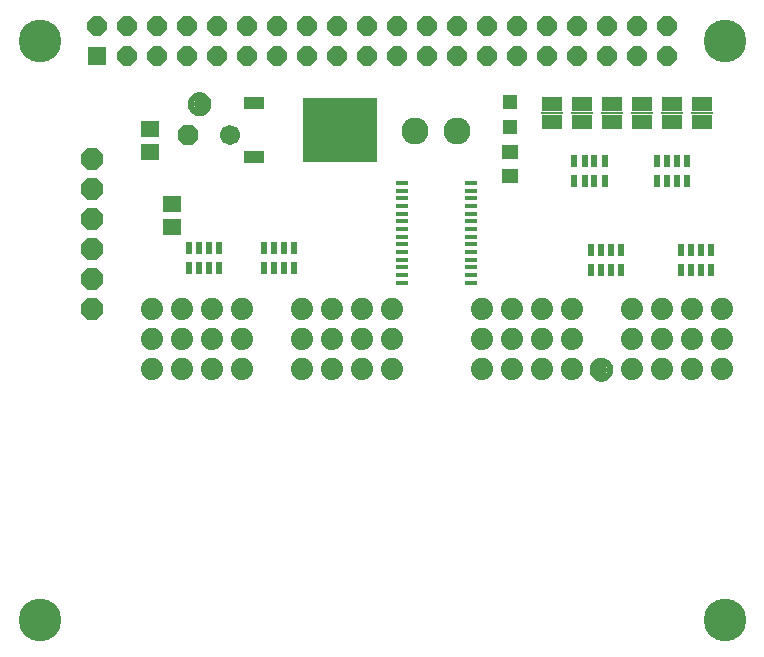
<source format=gbr>
G04 EAGLE Gerber RS-274X export*
G75*
%MOMM*%
%FSLAX34Y34*%
%LPD*%
%INSoldermask Top*%
%IPPOS*%
%AMOC8*
5,1,8,0,0,1.08239X$1,22.5*%
G01*
%ADD10R,1.092200X0.406400*%
%ADD11R,1.701800X1.270000*%
%ADD12R,1.828800X0.152400*%
%ADD13R,1.601600X1.401600*%
%ADD14C,2.286000*%
%ADD15C,3.617600*%
%ADD16C,1.101600*%
%ADD17C,0.500000*%
%ADD18R,6.301600X5.501600*%
%ADD19R,1.701600X1.101600*%
%ADD20R,1.301600X1.301600*%
%ADD21R,1.401600X1.301600*%
%ADD22P,1.842011X8X202.500000*%
%ADD23C,1.701800*%
%ADD24P,2.034460X8X202.500000*%
%ADD25C,1.879600*%
%ADD26R,0.551600X1.001600*%
%ADD27R,1.625600X1.625600*%
%ADD28P,1.759533X8X22.500000*%


D10*
X341972Y404980D03*
X341972Y398480D03*
X341972Y391980D03*
X341972Y385480D03*
X341972Y378980D03*
X341972Y372480D03*
X341972Y365980D03*
X341972Y359480D03*
X400328Y359480D03*
X400328Y365980D03*
X400328Y372480D03*
X400328Y378980D03*
X400328Y385480D03*
X400328Y391980D03*
X400328Y398480D03*
X400328Y404980D03*
X341972Y352980D03*
X341972Y346480D03*
X400328Y352980D03*
X400328Y346480D03*
X341972Y339980D03*
X341972Y333480D03*
X341972Y326980D03*
X341972Y320480D03*
X400328Y320480D03*
X400328Y326980D03*
X400328Y333480D03*
X400328Y339980D03*
D11*
X595940Y471630D03*
X595940Y456390D03*
D12*
X595940Y464010D03*
D11*
X570540Y471630D03*
X570540Y456390D03*
D12*
X570540Y464010D03*
D11*
X545140Y471630D03*
X545140Y456390D03*
D12*
X545140Y464010D03*
D11*
X519740Y471630D03*
X519740Y456390D03*
D12*
X519740Y464010D03*
D11*
X494340Y471630D03*
X494340Y456390D03*
D12*
X494340Y464010D03*
D11*
X468940Y471630D03*
X468940Y456390D03*
D12*
X468940Y464010D03*
D13*
X146835Y386835D03*
X146835Y367835D03*
X128580Y431335D03*
X128580Y450335D03*
D14*
X353150Y449090D03*
X388150Y449090D03*
D15*
X615000Y525000D03*
X35000Y525000D03*
X35000Y35000D03*
X615000Y35000D03*
D16*
X510700Y246840D03*
D17*
X510700Y254340D02*
X510519Y254338D01*
X510338Y254331D01*
X510157Y254320D01*
X509976Y254305D01*
X509796Y254285D01*
X509616Y254261D01*
X509437Y254233D01*
X509259Y254200D01*
X509082Y254163D01*
X508905Y254122D01*
X508730Y254077D01*
X508555Y254027D01*
X508382Y253973D01*
X508211Y253915D01*
X508040Y253853D01*
X507872Y253786D01*
X507705Y253716D01*
X507539Y253642D01*
X507376Y253563D01*
X507215Y253481D01*
X507055Y253395D01*
X506898Y253305D01*
X506743Y253211D01*
X506590Y253114D01*
X506440Y253012D01*
X506292Y252908D01*
X506146Y252799D01*
X506004Y252688D01*
X505864Y252572D01*
X505727Y252454D01*
X505592Y252332D01*
X505461Y252207D01*
X505333Y252079D01*
X505208Y251948D01*
X505086Y251813D01*
X504968Y251676D01*
X504852Y251536D01*
X504741Y251394D01*
X504632Y251248D01*
X504528Y251100D01*
X504426Y250950D01*
X504329Y250797D01*
X504235Y250642D01*
X504145Y250485D01*
X504059Y250325D01*
X503977Y250164D01*
X503898Y250001D01*
X503824Y249835D01*
X503754Y249668D01*
X503687Y249500D01*
X503625Y249329D01*
X503567Y249158D01*
X503513Y248985D01*
X503463Y248810D01*
X503418Y248635D01*
X503377Y248458D01*
X503340Y248281D01*
X503307Y248103D01*
X503279Y247924D01*
X503255Y247744D01*
X503235Y247564D01*
X503220Y247383D01*
X503209Y247202D01*
X503202Y247021D01*
X503200Y246840D01*
X510700Y254340D02*
X510881Y254338D01*
X511062Y254331D01*
X511243Y254320D01*
X511424Y254305D01*
X511604Y254285D01*
X511784Y254261D01*
X511963Y254233D01*
X512141Y254200D01*
X512318Y254163D01*
X512495Y254122D01*
X512670Y254077D01*
X512845Y254027D01*
X513018Y253973D01*
X513189Y253915D01*
X513360Y253853D01*
X513528Y253786D01*
X513695Y253716D01*
X513861Y253642D01*
X514024Y253563D01*
X514185Y253481D01*
X514345Y253395D01*
X514502Y253305D01*
X514657Y253211D01*
X514810Y253114D01*
X514960Y253012D01*
X515108Y252908D01*
X515254Y252799D01*
X515396Y252688D01*
X515536Y252572D01*
X515673Y252454D01*
X515808Y252332D01*
X515939Y252207D01*
X516067Y252079D01*
X516192Y251948D01*
X516314Y251813D01*
X516432Y251676D01*
X516548Y251536D01*
X516659Y251394D01*
X516768Y251248D01*
X516872Y251100D01*
X516974Y250950D01*
X517071Y250797D01*
X517165Y250642D01*
X517255Y250485D01*
X517341Y250325D01*
X517423Y250164D01*
X517502Y250001D01*
X517576Y249835D01*
X517646Y249668D01*
X517713Y249500D01*
X517775Y249329D01*
X517833Y249158D01*
X517887Y248985D01*
X517937Y248810D01*
X517982Y248635D01*
X518023Y248458D01*
X518060Y248281D01*
X518093Y248103D01*
X518121Y247924D01*
X518145Y247744D01*
X518165Y247564D01*
X518180Y247383D01*
X518191Y247202D01*
X518198Y247021D01*
X518200Y246840D01*
X518198Y246659D01*
X518191Y246478D01*
X518180Y246297D01*
X518165Y246116D01*
X518145Y245936D01*
X518121Y245756D01*
X518093Y245577D01*
X518060Y245399D01*
X518023Y245222D01*
X517982Y245045D01*
X517937Y244870D01*
X517887Y244695D01*
X517833Y244522D01*
X517775Y244351D01*
X517713Y244180D01*
X517646Y244012D01*
X517576Y243845D01*
X517502Y243679D01*
X517423Y243516D01*
X517341Y243355D01*
X517255Y243195D01*
X517165Y243038D01*
X517071Y242883D01*
X516974Y242730D01*
X516872Y242580D01*
X516768Y242432D01*
X516659Y242286D01*
X516548Y242144D01*
X516432Y242004D01*
X516314Y241867D01*
X516192Y241732D01*
X516067Y241601D01*
X515939Y241473D01*
X515808Y241348D01*
X515673Y241226D01*
X515536Y241108D01*
X515396Y240992D01*
X515254Y240881D01*
X515108Y240772D01*
X514960Y240668D01*
X514810Y240566D01*
X514657Y240469D01*
X514502Y240375D01*
X514345Y240285D01*
X514185Y240199D01*
X514024Y240117D01*
X513861Y240038D01*
X513695Y239964D01*
X513528Y239894D01*
X513360Y239827D01*
X513189Y239765D01*
X513018Y239707D01*
X512845Y239653D01*
X512670Y239603D01*
X512495Y239558D01*
X512318Y239517D01*
X512141Y239480D01*
X511963Y239447D01*
X511784Y239419D01*
X511604Y239395D01*
X511424Y239375D01*
X511243Y239360D01*
X511062Y239349D01*
X510881Y239342D01*
X510700Y239340D01*
X510519Y239342D01*
X510338Y239349D01*
X510157Y239360D01*
X509976Y239375D01*
X509796Y239395D01*
X509616Y239419D01*
X509437Y239447D01*
X509259Y239480D01*
X509082Y239517D01*
X508905Y239558D01*
X508730Y239603D01*
X508555Y239653D01*
X508382Y239707D01*
X508211Y239765D01*
X508040Y239827D01*
X507872Y239894D01*
X507705Y239964D01*
X507539Y240038D01*
X507376Y240117D01*
X507215Y240199D01*
X507055Y240285D01*
X506898Y240375D01*
X506743Y240469D01*
X506590Y240566D01*
X506440Y240668D01*
X506292Y240772D01*
X506146Y240881D01*
X506004Y240992D01*
X505864Y241108D01*
X505727Y241226D01*
X505592Y241348D01*
X505461Y241473D01*
X505333Y241601D01*
X505208Y241732D01*
X505086Y241867D01*
X504968Y242004D01*
X504852Y242144D01*
X504741Y242286D01*
X504632Y242432D01*
X504528Y242580D01*
X504426Y242730D01*
X504329Y242883D01*
X504235Y243038D01*
X504145Y243195D01*
X504059Y243355D01*
X503977Y243516D01*
X503898Y243679D01*
X503824Y243845D01*
X503754Y244012D01*
X503687Y244180D01*
X503625Y244351D01*
X503567Y244522D01*
X503513Y244695D01*
X503463Y244870D01*
X503418Y245045D01*
X503377Y245222D01*
X503340Y245399D01*
X503307Y245577D01*
X503279Y245756D01*
X503255Y245936D01*
X503235Y246116D01*
X503220Y246297D01*
X503209Y246478D01*
X503202Y246659D01*
X503200Y246840D01*
D16*
X170480Y471680D03*
D17*
X170480Y479180D02*
X170299Y479178D01*
X170118Y479171D01*
X169937Y479160D01*
X169756Y479145D01*
X169576Y479125D01*
X169396Y479101D01*
X169217Y479073D01*
X169039Y479040D01*
X168862Y479003D01*
X168685Y478962D01*
X168510Y478917D01*
X168335Y478867D01*
X168162Y478813D01*
X167991Y478755D01*
X167820Y478693D01*
X167652Y478626D01*
X167485Y478556D01*
X167319Y478482D01*
X167156Y478403D01*
X166995Y478321D01*
X166835Y478235D01*
X166678Y478145D01*
X166523Y478051D01*
X166370Y477954D01*
X166220Y477852D01*
X166072Y477748D01*
X165926Y477639D01*
X165784Y477528D01*
X165644Y477412D01*
X165507Y477294D01*
X165372Y477172D01*
X165241Y477047D01*
X165113Y476919D01*
X164988Y476788D01*
X164866Y476653D01*
X164748Y476516D01*
X164632Y476376D01*
X164521Y476234D01*
X164412Y476088D01*
X164308Y475940D01*
X164206Y475790D01*
X164109Y475637D01*
X164015Y475482D01*
X163925Y475325D01*
X163839Y475165D01*
X163757Y475004D01*
X163678Y474841D01*
X163604Y474675D01*
X163534Y474508D01*
X163467Y474340D01*
X163405Y474169D01*
X163347Y473998D01*
X163293Y473825D01*
X163243Y473650D01*
X163198Y473475D01*
X163157Y473298D01*
X163120Y473121D01*
X163087Y472943D01*
X163059Y472764D01*
X163035Y472584D01*
X163015Y472404D01*
X163000Y472223D01*
X162989Y472042D01*
X162982Y471861D01*
X162980Y471680D01*
X170480Y479180D02*
X170661Y479178D01*
X170842Y479171D01*
X171023Y479160D01*
X171204Y479145D01*
X171384Y479125D01*
X171564Y479101D01*
X171743Y479073D01*
X171921Y479040D01*
X172098Y479003D01*
X172275Y478962D01*
X172450Y478917D01*
X172625Y478867D01*
X172798Y478813D01*
X172969Y478755D01*
X173140Y478693D01*
X173308Y478626D01*
X173475Y478556D01*
X173641Y478482D01*
X173804Y478403D01*
X173965Y478321D01*
X174125Y478235D01*
X174282Y478145D01*
X174437Y478051D01*
X174590Y477954D01*
X174740Y477852D01*
X174888Y477748D01*
X175034Y477639D01*
X175176Y477528D01*
X175316Y477412D01*
X175453Y477294D01*
X175588Y477172D01*
X175719Y477047D01*
X175847Y476919D01*
X175972Y476788D01*
X176094Y476653D01*
X176212Y476516D01*
X176328Y476376D01*
X176439Y476234D01*
X176548Y476088D01*
X176652Y475940D01*
X176754Y475790D01*
X176851Y475637D01*
X176945Y475482D01*
X177035Y475325D01*
X177121Y475165D01*
X177203Y475004D01*
X177282Y474841D01*
X177356Y474675D01*
X177426Y474508D01*
X177493Y474340D01*
X177555Y474169D01*
X177613Y473998D01*
X177667Y473825D01*
X177717Y473650D01*
X177762Y473475D01*
X177803Y473298D01*
X177840Y473121D01*
X177873Y472943D01*
X177901Y472764D01*
X177925Y472584D01*
X177945Y472404D01*
X177960Y472223D01*
X177971Y472042D01*
X177978Y471861D01*
X177980Y471680D01*
X177978Y471499D01*
X177971Y471318D01*
X177960Y471137D01*
X177945Y470956D01*
X177925Y470776D01*
X177901Y470596D01*
X177873Y470417D01*
X177840Y470239D01*
X177803Y470062D01*
X177762Y469885D01*
X177717Y469710D01*
X177667Y469535D01*
X177613Y469362D01*
X177555Y469191D01*
X177493Y469020D01*
X177426Y468852D01*
X177356Y468685D01*
X177282Y468519D01*
X177203Y468356D01*
X177121Y468195D01*
X177035Y468035D01*
X176945Y467878D01*
X176851Y467723D01*
X176754Y467570D01*
X176652Y467420D01*
X176548Y467272D01*
X176439Y467126D01*
X176328Y466984D01*
X176212Y466844D01*
X176094Y466707D01*
X175972Y466572D01*
X175847Y466441D01*
X175719Y466313D01*
X175588Y466188D01*
X175453Y466066D01*
X175316Y465948D01*
X175176Y465832D01*
X175034Y465721D01*
X174888Y465612D01*
X174740Y465508D01*
X174590Y465406D01*
X174437Y465309D01*
X174282Y465215D01*
X174125Y465125D01*
X173965Y465039D01*
X173804Y464957D01*
X173641Y464878D01*
X173475Y464804D01*
X173308Y464734D01*
X173140Y464667D01*
X172969Y464605D01*
X172798Y464547D01*
X172625Y464493D01*
X172450Y464443D01*
X172275Y464398D01*
X172098Y464357D01*
X171921Y464320D01*
X171743Y464287D01*
X171564Y464259D01*
X171384Y464235D01*
X171204Y464215D01*
X171023Y464200D01*
X170842Y464189D01*
X170661Y464182D01*
X170480Y464180D01*
X170299Y464182D01*
X170118Y464189D01*
X169937Y464200D01*
X169756Y464215D01*
X169576Y464235D01*
X169396Y464259D01*
X169217Y464287D01*
X169039Y464320D01*
X168862Y464357D01*
X168685Y464398D01*
X168510Y464443D01*
X168335Y464493D01*
X168162Y464547D01*
X167991Y464605D01*
X167820Y464667D01*
X167652Y464734D01*
X167485Y464804D01*
X167319Y464878D01*
X167156Y464957D01*
X166995Y465039D01*
X166835Y465125D01*
X166678Y465215D01*
X166523Y465309D01*
X166370Y465406D01*
X166220Y465508D01*
X166072Y465612D01*
X165926Y465721D01*
X165784Y465832D01*
X165644Y465948D01*
X165507Y466066D01*
X165372Y466188D01*
X165241Y466313D01*
X165113Y466441D01*
X164988Y466572D01*
X164866Y466707D01*
X164748Y466844D01*
X164632Y466984D01*
X164521Y467126D01*
X164412Y467272D01*
X164308Y467420D01*
X164206Y467570D01*
X164109Y467723D01*
X164015Y467878D01*
X163925Y468035D01*
X163839Y468195D01*
X163757Y468356D01*
X163678Y468519D01*
X163604Y468685D01*
X163534Y468852D01*
X163467Y469020D01*
X163405Y469191D01*
X163347Y469362D01*
X163293Y469535D01*
X163243Y469710D01*
X163198Y469885D01*
X163157Y470062D01*
X163120Y470239D01*
X163087Y470417D01*
X163059Y470596D01*
X163035Y470776D01*
X163015Y470956D01*
X163000Y471137D01*
X162989Y471318D01*
X162982Y471499D01*
X162980Y471680D01*
D18*
X289600Y449740D03*
D19*
X216600Y472540D03*
X216600Y426940D03*
D20*
X433380Y452560D03*
X433380Y473560D03*
D21*
X433380Y431310D03*
X433380Y410990D03*
D22*
X160330Y445280D03*
D23*
X195890Y445280D03*
D24*
X79050Y297960D03*
X79050Y323360D03*
X79050Y348760D03*
X79050Y374160D03*
X79050Y399560D03*
X79050Y424960D03*
D25*
X333050Y297960D03*
X333050Y272560D03*
X307650Y297960D03*
X307650Y272560D03*
X282250Y297960D03*
X282250Y272560D03*
X256850Y297960D03*
X256850Y272560D03*
X333050Y247160D03*
X307650Y247160D03*
X282250Y247160D03*
X256850Y247160D03*
X206050Y297960D03*
X206050Y272560D03*
X180650Y297960D03*
X180650Y272560D03*
X155250Y297960D03*
X155250Y272560D03*
X129850Y297960D03*
X129850Y272560D03*
X206050Y247160D03*
X180650Y247160D03*
X155250Y247160D03*
X129850Y247160D03*
X612450Y297960D03*
X612450Y272560D03*
X587050Y297960D03*
X587050Y272560D03*
X561650Y297960D03*
X561650Y272560D03*
X536250Y297960D03*
X536250Y272560D03*
X612450Y247160D03*
X587050Y247160D03*
X561650Y247160D03*
X536250Y247160D03*
X485450Y297960D03*
X485450Y272560D03*
X460050Y297960D03*
X460050Y272560D03*
X434650Y297960D03*
X434650Y272560D03*
X409250Y297960D03*
X409250Y272560D03*
X485450Y247160D03*
X460050Y247160D03*
X434650Y247160D03*
X409250Y247160D03*
D26*
X250800Y332640D03*
X250800Y349640D03*
X241800Y332640D03*
X233800Y332640D03*
X224800Y332640D03*
X224800Y349640D03*
X241800Y349640D03*
X233800Y349640D03*
X603860Y331370D03*
X603860Y348370D03*
X594860Y331370D03*
X586860Y331370D03*
X577860Y331370D03*
X577860Y348370D03*
X594860Y348370D03*
X586860Y348370D03*
X187300Y332640D03*
X187300Y349640D03*
X178300Y332640D03*
X170300Y332640D03*
X161300Y332640D03*
X161300Y349640D03*
X178300Y349640D03*
X170300Y349640D03*
X527660Y331370D03*
X527660Y348370D03*
X518660Y331370D03*
X510660Y331370D03*
X501660Y331370D03*
X501660Y348370D03*
X518660Y348370D03*
X510660Y348370D03*
X487690Y423300D03*
X487690Y406300D03*
X496690Y423300D03*
X504690Y423300D03*
X513690Y423300D03*
X513690Y406300D03*
X496690Y406300D03*
X504690Y406300D03*
X557540Y423300D03*
X557540Y406300D03*
X566540Y423300D03*
X574540Y423300D03*
X583540Y423300D03*
X583540Y406300D03*
X566540Y406300D03*
X574540Y406300D03*
D27*
X83700Y512300D03*
D28*
X109100Y512300D03*
X134500Y512300D03*
X159900Y512300D03*
X185300Y512300D03*
X210700Y512300D03*
X83700Y537700D03*
X109100Y537700D03*
X134500Y537700D03*
X159900Y537700D03*
X185300Y537700D03*
X210700Y537700D03*
X236100Y512300D03*
X236100Y537700D03*
X261500Y512300D03*
X286900Y512300D03*
X312300Y512300D03*
X337700Y512300D03*
X363100Y512300D03*
X388500Y512300D03*
X261500Y537700D03*
X286900Y537700D03*
X312300Y537700D03*
X337700Y537700D03*
X363100Y537700D03*
X388500Y537700D03*
X413900Y512300D03*
X413900Y537700D03*
X439300Y512300D03*
X464700Y512300D03*
X490100Y512300D03*
X515500Y512300D03*
X540900Y512300D03*
X566300Y512300D03*
X439300Y537700D03*
X464700Y537700D03*
X490100Y537700D03*
X515500Y537700D03*
X540900Y537700D03*
X566300Y537700D03*
M02*

</source>
